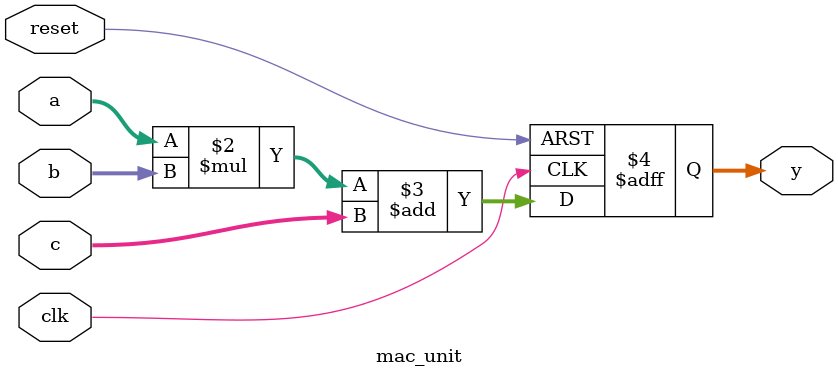
<source format=v>
module mac_unit (
    input clk,
    input reset,
    input [7:0] a,
    input [7:0] b,
    input [15:0] c,
    output reg [15:0] y
);
    always @(posedge clk or posedge reset) begin
        if (reset)
            y <= 0;
        else
            y <= (a * b) + c;
    end
endmodule

</source>
